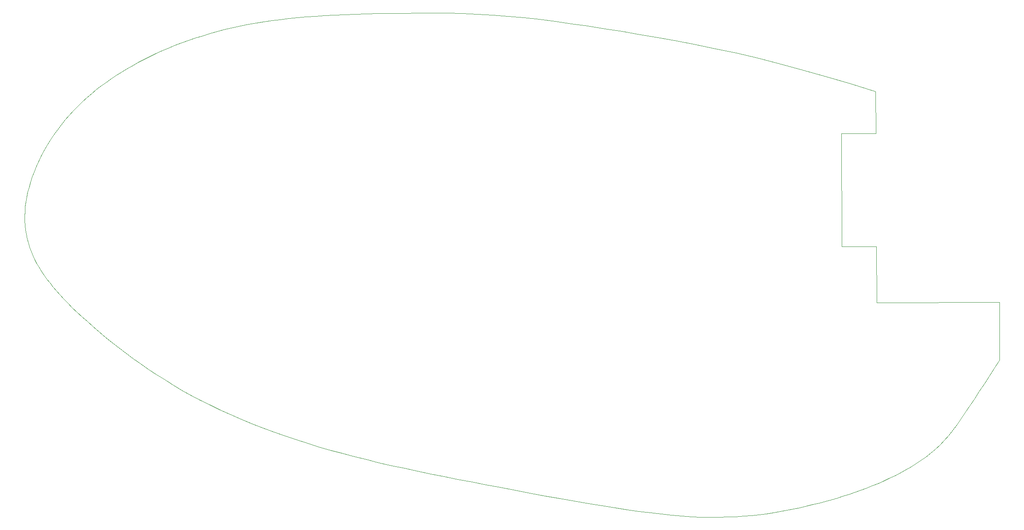
<source format=gbr>
G04 #@! TF.FileFunction,Profile,NP*
%FSLAX46Y46*%
G04 Gerber Fmt 4.6, Leading zero omitted, Abs format (unit mm)*
G04 Created by KiCad (PCBNEW 4.0.7-e2-6376~58~ubuntu16.04.1) date Mon Jul  1 13:34:01 2019*
%MOMM*%
%LPD*%
G01*
G04 APERTURE LIST*
%ADD10C,0.100000*%
G04 APERTURE END LIST*
D10*
X241049139Y-112658387D02*
X242146154Y-110961590D01*
X239987274Y-114295627D02*
X241049139Y-112658387D01*
X238960560Y-115873311D02*
X239987274Y-114295627D01*
X237968995Y-117391438D02*
X238960560Y-115873311D01*
X237012581Y-118850008D02*
X237968995Y-117391438D01*
X236091317Y-120249021D02*
X237012581Y-118850008D01*
X235205203Y-121588478D02*
X236091317Y-120249021D01*
X234354239Y-122868378D02*
X235205203Y-121588478D01*
X233511930Y-124084966D02*
X234354239Y-122868378D01*
X232651781Y-125234487D02*
X233511930Y-124084966D01*
X231773791Y-126316942D02*
X232651781Y-125234487D01*
X230877962Y-127332331D02*
X231773791Y-126316942D01*
X229964292Y-128280653D02*
X230877962Y-127332331D01*
X229032782Y-129161908D02*
X229964292Y-128280653D01*
X228083432Y-129976096D02*
X229032782Y-129161908D01*
X227116242Y-130723218D02*
X228083432Y-129976096D01*
X226127962Y-131423972D02*
X227116242Y-130723218D01*
X225115342Y-132099054D02*
X226127962Y-131423972D01*
X224078382Y-132748465D02*
X225115342Y-132099054D01*
X223017082Y-133372206D02*
X224078382Y-132748465D01*
X221931443Y-133970275D02*
X223017082Y-133372206D01*
X220821463Y-134542673D02*
X221931443Y-133970275D01*
X219687144Y-135089401D02*
X220821463Y-134542673D01*
X218528485Y-135610457D02*
X219687144Y-135089401D01*
X217356340Y-136109278D02*
X218528485Y-135610457D01*
X216181561Y-136589299D02*
X217356340Y-136109278D01*
X215004150Y-137050521D02*
X216181561Y-136589299D01*
X213824106Y-137492942D02*
X215004150Y-137050521D01*
X212641428Y-137916564D02*
X213824106Y-137492942D01*
X211456118Y-138321386D02*
X212641428Y-137916564D01*
X210268175Y-138707408D02*
X211456118Y-138321386D01*
X209077599Y-139074631D02*
X210268175Y-138707408D01*
X207875484Y-139427158D02*
X209077599Y-139074631D01*
X206652925Y-139769097D02*
X207875484Y-139427158D01*
X205409922Y-140100446D02*
X206652925Y-139769097D01*
X204146474Y-140421207D02*
X205409922Y-140100446D01*
X202862582Y-140731378D02*
X204146474Y-140421207D01*
X201558245Y-141030959D02*
X202862582Y-140731378D01*
X200233464Y-141319952D02*
X201558245Y-141030959D01*
X198888239Y-141598355D02*
X200233464Y-141319952D01*
X197512737Y-141858657D02*
X198888239Y-141598355D01*
X196097126Y-142093344D02*
X197512737Y-141858657D01*
X194641406Y-142302417D02*
X196097126Y-142093344D01*
X193145578Y-142485876D02*
X194641406Y-142302417D01*
X191609640Y-142643720D02*
X193145578Y-142485876D01*
X190033594Y-142775950D02*
X191609640Y-142643720D01*
X188417439Y-142882566D02*
X190033594Y-142775950D01*
X186761175Y-142963567D02*
X188417439Y-142882566D01*
X185048865Y-143009683D02*
X186761175Y-142963567D01*
X183264569Y-143011644D02*
X185048865Y-143009683D01*
X181408288Y-142969450D02*
X183264569Y-143011644D01*
X179480023Y-142883100D02*
X181408288Y-142969450D01*
X177479772Y-142752595D02*
X179480023Y-142883100D01*
X175407537Y-142577934D02*
X177479772Y-142752595D01*
X173263316Y-142359119D02*
X175407537Y-142577934D01*
X171047111Y-142096147D02*
X173263316Y-142359119D01*
X168741748Y-141792902D02*
X171047111Y-142096147D01*
X166330054Y-141453263D02*
X168741748Y-141792902D01*
X163812031Y-141077231D02*
X166330054Y-141453263D01*
X161187677Y-140664806D02*
X163812031Y-141077231D01*
X158456992Y-140215988D02*
X161187677Y-140664806D01*
X155619978Y-139730776D02*
X158456992Y-140215988D01*
X152676633Y-139209172D02*
X155619978Y-139730776D01*
X149626957Y-138651174D02*
X152676633Y-139209172D01*
X146548200Y-138077006D02*
X149626957Y-138651174D01*
X143517609Y-137506890D02*
X146548200Y-138077006D01*
X140535185Y-136940825D02*
X143517609Y-137506890D01*
X137600928Y-136378812D02*
X140535185Y-136940825D01*
X134714837Y-135820851D02*
X137600928Y-136378812D01*
X131876912Y-135266942D02*
X134714837Y-135820851D01*
X129087154Y-134717085D02*
X131876912Y-135266942D01*
X126345563Y-134171279D02*
X129087154Y-134717085D01*
X123649523Y-133620069D02*
X126345563Y-134171279D01*
X120996421Y-133054000D02*
X123649523Y-133620069D01*
X118386256Y-132473071D02*
X120996421Y-133054000D01*
X115819029Y-131877282D02*
X118386256Y-132473071D01*
X113294739Y-131266633D02*
X115819029Y-131877282D01*
X110813386Y-130641125D02*
X113294739Y-131266633D01*
X108374971Y-130000756D02*
X110813386Y-130641125D01*
X105979493Y-129345528D02*
X108374971Y-130000756D01*
X103617861Y-128667050D02*
X105979493Y-129345528D01*
X101280985Y-127956931D02*
X103617861Y-128667050D01*
X98968863Y-127215171D02*
X101280985Y-127956931D01*
X96681496Y-126441770D02*
X98968863Y-127215171D01*
X94418883Y-125636728D02*
X96681496Y-126441770D01*
X92181026Y-124800046D02*
X94418883Y-125636728D01*
X89967924Y-123931723D02*
X92181026Y-124800046D01*
X87779577Y-123031759D02*
X89967924Y-123931723D01*
X85632685Y-122105319D02*
X87779577Y-123031759D01*
X83543952Y-121157569D02*
X85632685Y-122105319D01*
X81513376Y-120188508D02*
X83543952Y-121157569D01*
X79540957Y-119198137D02*
X81513376Y-120188508D01*
X77626696Y-118186455D02*
X79540957Y-119198137D01*
X75770593Y-117153463D02*
X77626696Y-118186455D01*
X73972647Y-116099160D02*
X75770593Y-117153463D01*
X72232859Y-115023546D02*
X73972647Y-116099160D01*
X70546975Y-113936836D02*
X72232859Y-115023546D01*
X68910743Y-112849243D02*
X70546975Y-113936836D01*
X67324162Y-111760768D02*
X68910743Y-112849243D01*
X65787233Y-110671410D02*
X67324162Y-111760768D01*
X64299956Y-109581170D02*
X65787233Y-110671410D01*
X62862330Y-108490046D02*
X64299956Y-109581170D01*
X61474355Y-107398041D02*
X62862330Y-108490046D01*
X60136032Y-106305153D02*
X61474355Y-107398041D01*
X58855198Y-105227819D02*
X60136032Y-106305153D01*
X57639687Y-104182477D02*
X58855198Y-105227819D01*
X56489502Y-103169127D02*
X57639687Y-104182477D01*
X55404642Y-102187768D02*
X56489502Y-103169127D01*
X54385106Y-101238401D02*
X55404642Y-102187768D01*
X53430895Y-100321026D02*
X54385106Y-101238401D01*
X52542008Y-99435642D02*
X53430895Y-100321026D01*
X51718447Y-98582250D02*
X52542008Y-99435642D01*
X50947477Y-97748508D02*
X51718447Y-98582250D01*
X50216367Y-96922074D02*
X50947477Y-97748508D01*
X49525116Y-96102949D02*
X50216367Y-96922074D01*
X48873725Y-95291132D02*
X49525116Y-96102949D01*
X48262193Y-94486623D02*
X48873725Y-95291132D01*
X47690520Y-93689423D02*
X48262193Y-94486623D01*
X47158707Y-92899531D02*
X47690520Y-93689423D01*
X46666753Y-92116947D02*
X47158707Y-92899531D01*
X46213387Y-91330249D02*
X46666753Y-92116947D01*
X45797338Y-90528016D02*
X46213387Y-91330249D01*
X45418606Y-89710247D02*
X45797338Y-90528016D01*
X45077190Y-88876943D02*
X45418606Y-89710247D01*
X44773092Y-88028103D02*
X45077190Y-88876943D01*
X44506310Y-87163727D02*
X44773092Y-88028103D01*
X44276845Y-86283815D02*
X44506310Y-87163727D01*
X44084697Y-85388368D02*
X44276845Y-86283815D01*
X43933978Y-84479202D02*
X44084697Y-85388368D01*
X43828801Y-83558133D02*
X43933978Y-84479202D01*
X43769165Y-82625161D02*
X43828801Y-83558133D01*
X43755071Y-81680287D02*
X43769165Y-82625161D01*
X43786518Y-80723510D02*
X43755071Y-81680287D01*
X43863507Y-79754831D02*
X43786518Y-80723510D01*
X43986037Y-78774249D02*
X43863507Y-79754831D01*
X44154109Y-77781764D02*
X43986037Y-78774249D01*
X44367737Y-76776736D02*
X44154109Y-77781764D01*
X44626937Y-75758522D02*
X44367737Y-76776736D01*
X44931708Y-74727122D02*
X44626937Y-75758522D01*
X45282051Y-73682536D02*
X44931708Y-74727122D01*
X45677965Y-72624765D02*
X45282051Y-73682536D01*
X46119450Y-71553808D02*
X45677965Y-72624765D01*
X46606507Y-70469666D02*
X46119450Y-71553808D01*
X47139135Y-69372338D02*
X46606507Y-70469666D01*
X47713746Y-68277356D02*
X47139135Y-69372338D01*
X48326750Y-67200254D02*
X47713746Y-68277356D01*
X48978148Y-66141031D02*
X48326750Y-67200254D01*
X49667939Y-65099687D02*
X48978148Y-66141031D01*
X50396124Y-64076222D02*
X49667939Y-65099687D01*
X51162703Y-63070637D02*
X50396124Y-64076222D01*
X51967675Y-62082930D02*
X51162703Y-63070637D01*
X52811041Y-61113103D02*
X51967675Y-62082930D01*
X53682801Y-60167599D02*
X52811041Y-61113103D01*
X54572955Y-59252865D02*
X53682801Y-60167599D01*
X55481502Y-58368899D02*
X54572955Y-59252865D01*
X56408443Y-57515702D02*
X55481502Y-58368899D01*
X57353779Y-56693274D02*
X56408443Y-57515702D01*
X58317508Y-55901615D02*
X57353779Y-56693274D01*
X59299631Y-55140725D02*
X58317508Y-55901615D01*
X60300148Y-54410604D02*
X59299631Y-55140725D01*
X61321493Y-53703699D02*
X60300148Y-54410604D01*
X62366102Y-53012460D02*
X61321493Y-53703699D01*
X63433973Y-52336886D02*
X62366102Y-53012460D01*
X64525108Y-51676976D02*
X63433973Y-52336886D01*
X65639506Y-51032732D02*
X64525108Y-51676976D01*
X66777166Y-50404153D02*
X65639506Y-51032732D01*
X67938090Y-49791238D02*
X66777166Y-50404153D01*
X69122277Y-49193989D02*
X67938090Y-49791238D01*
X70338161Y-48611632D02*
X69122277Y-49193989D01*
X71594174Y-48043396D02*
X70338161Y-48611632D01*
X72890316Y-47489279D02*
X71594174Y-48043396D01*
X74226588Y-46949283D02*
X72890316Y-47489279D01*
X75602990Y-46423407D02*
X74226588Y-46949283D01*
X77019521Y-45911651D02*
X75602990Y-46423407D01*
X78476181Y-45414015D02*
X77019521Y-45911651D01*
X79972972Y-44930500D02*
X78476181Y-45414015D01*
X81495346Y-44468978D02*
X79972972Y-44930500D01*
X83028760Y-44037325D02*
X81495346Y-44468978D01*
X84573213Y-43635539D02*
X83028760Y-44037325D01*
X86128705Y-43263620D02*
X84573213Y-43635539D01*
X87695237Y-42921570D02*
X86128705Y-43263620D01*
X89272807Y-42609387D02*
X87695237Y-42921570D01*
X90861417Y-42327072D02*
X89272807Y-42609387D01*
X92461066Y-42074625D02*
X90861417Y-42327072D01*
X94089133Y-41845832D02*
X92461066Y-42074625D01*
X95762997Y-41634478D02*
X94089133Y-41845832D01*
X97482659Y-41440563D02*
X95762997Y-41634478D01*
X99248117Y-41264088D02*
X97482659Y-41440563D01*
X101059372Y-41105052D02*
X99248117Y-41264088D01*
X102916425Y-40963456D02*
X101059372Y-41105052D01*
X104819274Y-40839299D02*
X102916425Y-40963456D01*
X106767921Y-40732582D02*
X104819274Y-40839299D01*
X108804853Y-40640299D02*
X106767921Y-40732582D01*
X110972560Y-40559445D02*
X108804853Y-40640299D01*
X113271041Y-40490021D02*
X110972560Y-40559445D01*
X115700296Y-40432026D02*
X113271041Y-40490021D01*
X118260325Y-40385460D02*
X115700296Y-40432026D01*
X120951129Y-40350323D02*
X118260325Y-40385460D01*
X123772708Y-40326615D02*
X120951129Y-40350323D01*
X126725060Y-40314337D02*
X123772708Y-40326615D01*
X129755842Y-40335255D02*
X126725060Y-40314337D01*
X132812707Y-40411138D02*
X129755842Y-40335255D01*
X135895657Y-40541986D02*
X132812707Y-40411138D01*
X139004690Y-40727798D02*
X135895657Y-40541986D01*
X142139807Y-40968574D02*
X139004690Y-40727798D01*
X145301008Y-41264315D02*
X142139807Y-40968574D01*
X148488293Y-41615021D02*
X145301008Y-41264315D01*
X151701661Y-42020691D02*
X148488293Y-41615021D01*
X154971665Y-42473496D02*
X151701661Y-42020691D01*
X158328856Y-42965608D02*
X154971665Y-42473496D01*
X161773232Y-43497027D02*
X158328856Y-42965608D01*
X165304796Y-44067752D02*
X161773232Y-43497027D01*
X168923545Y-44677784D02*
X165304796Y-44067752D01*
X172629482Y-45327123D02*
X168923545Y-44677784D01*
X176422604Y-46015769D02*
X172629482Y-45327123D01*
X180302914Y-46743720D02*
X176422604Y-46015769D01*
X184308407Y-47547305D02*
X180302914Y-46743720D01*
X188477083Y-48462846D02*
X184308407Y-47547305D01*
X192808942Y-49490346D02*
X188477083Y-48462846D01*
X197303983Y-50629803D02*
X192808942Y-49490346D01*
X201962207Y-51881217D02*
X197303983Y-50629803D01*
X206783613Y-53244589D02*
X201962207Y-51881217D01*
X211768202Y-54719919D02*
X206783613Y-53244589D01*
X216915973Y-56307206D02*
X211768202Y-54719919D01*
X216951942Y-64855778D02*
X216915973Y-56307221D01*
X209952003Y-64885231D02*
X216951942Y-64855778D01*
X210048775Y-87885027D02*
X209952003Y-64885231D01*
X217048713Y-87855575D02*
X210048775Y-87885027D01*
X217096889Y-99305474D02*
X217048713Y-87855575D01*
X242096668Y-99200287D02*
X217096889Y-99305474D01*
X242146154Y-110961590D02*
X242096668Y-99200287D01*
M02*

</source>
